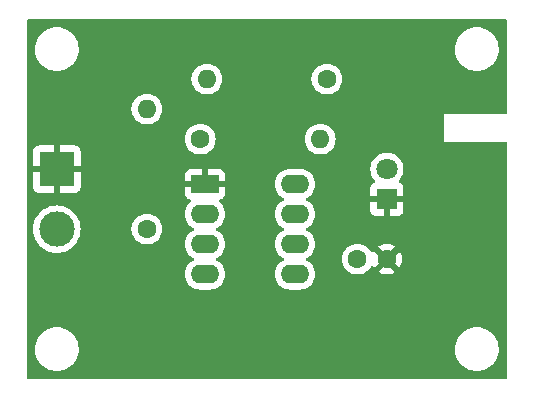
<source format=gbr>
%TF.GenerationSoftware,KiCad,Pcbnew,7.0.5*%
%TF.CreationDate,2023-08-21T09:13:57+09:00*%
%TF.ProjectId,How to make PCB,486f7720-746f-4206-9d61-6b6520504342,rev?*%
%TF.SameCoordinates,Original*%
%TF.FileFunction,Copper,L2,Bot*%
%TF.FilePolarity,Positive*%
%FSLAX46Y46*%
G04 Gerber Fmt 4.6, Leading zero omitted, Abs format (unit mm)*
G04 Created by KiCad (PCBNEW 7.0.5) date 2023-08-21 09:13:57*
%MOMM*%
%LPD*%
G01*
G04 APERTURE LIST*
%TA.AperFunction,ComponentPad*%
%ADD10C,1.600000*%
%TD*%
%TA.AperFunction,ComponentPad*%
%ADD11O,1.600000X1.600000*%
%TD*%
%TA.AperFunction,ComponentPad*%
%ADD12R,3.000000X3.000000*%
%TD*%
%TA.AperFunction,ComponentPad*%
%ADD13C,3.000000*%
%TD*%
%TA.AperFunction,ComponentPad*%
%ADD14R,1.800000X1.800000*%
%TD*%
%TA.AperFunction,ComponentPad*%
%ADD15C,1.800000*%
%TD*%
%TA.AperFunction,ComponentPad*%
%ADD16R,2.400000X1.600000*%
%TD*%
%TA.AperFunction,ComponentPad*%
%ADD17O,2.400000X1.600000*%
%TD*%
G04 APERTURE END LIST*
D10*
%TO.P,R2,1*%
%TO.N,+9V*%
X109220000Y-71120000D03*
D11*
%TO.P,R2,2*%
%TO.N,1*%
X99060000Y-71120000D03*
%TD*%
D10*
%TO.P,C1,1*%
%TO.N,Net-(U1-THR)*%
X111800000Y-86360000D03*
%TO.P,C1,2*%
%TO.N,GND*%
X114300000Y-86360000D03*
%TD*%
D12*
%TO.P,J1,1,Pin_1*%
%TO.N,GND*%
X86360000Y-78740000D03*
D13*
%TO.P,J1,2,Pin_2*%
%TO.N,+9V*%
X86360000Y-83820000D03*
%TD*%
D14*
%TO.P,D1,1,K*%
%TO.N,GND*%
X114300000Y-81280000D03*
D15*
%TO.P,D1,2,A*%
%TO.N,Net-(D1-A)*%
X114300000Y-78740000D03*
%TD*%
D10*
%TO.P,R1,1*%
%TO.N,Net-(U1-THR)*%
X93980000Y-83820000D03*
D11*
%TO.P,R1,2*%
%TO.N,1*%
X93980000Y-73660000D03*
%TD*%
D10*
%TO.P,R3,1*%
%TO.N,Net-(U1-Q)*%
X98500000Y-76200000D03*
D11*
%TO.P,R3,2*%
%TO.N,Net-(D1-A)*%
X108660000Y-76200000D03*
%TD*%
D16*
%TO.P,U1,1,GND*%
%TO.N,GND*%
X98900000Y-80020000D03*
D17*
%TO.P,U1,2,TR*%
%TO.N,Net-(U1-THR)*%
X98900000Y-82560000D03*
%TO.P,U1,3,Q*%
%TO.N,Net-(U1-Q)*%
X98900000Y-85100000D03*
%TO.P,U1,4,R*%
%TO.N,+9V*%
X98900000Y-87640000D03*
%TO.P,U1,5,CV*%
%TO.N,unconnected-(U1-CV-Pad5)*%
X106520000Y-87640000D03*
%TO.P,U1,6,THR*%
%TO.N,Net-(U1-THR)*%
X106520000Y-85100000D03*
%TO.P,U1,7,DIS*%
%TO.N,1*%
X106520000Y-82560000D03*
%TO.P,U1,8,VCC*%
%TO.N,+9V*%
X106520000Y-80020000D03*
%TD*%
%TA.AperFunction,Conductor*%
%TO.N,GND*%
G36*
X124403039Y-66059685D02*
G01*
X124448794Y-66112489D01*
X124460000Y-66164000D01*
X124460000Y-73986214D01*
X124440315Y-74053253D01*
X124387511Y-74099008D01*
X124336000Y-74110214D01*
X119165214Y-74110214D01*
X119165214Y-76414786D01*
X124336000Y-76414786D01*
X124403039Y-76434471D01*
X124448794Y-76487275D01*
X124460000Y-76538786D01*
X124460000Y-96396000D01*
X124440315Y-96463039D01*
X124387511Y-96508794D01*
X124336000Y-96520000D01*
X83944000Y-96520000D01*
X83876961Y-96500315D01*
X83831206Y-96447511D01*
X83820000Y-96396000D01*
X83820000Y-94047763D01*
X84505787Y-94047763D01*
X84535413Y-94317013D01*
X84535415Y-94317024D01*
X84603926Y-94579082D01*
X84603928Y-94579088D01*
X84709870Y-94828390D01*
X84781998Y-94946575D01*
X84850979Y-95059605D01*
X84850986Y-95059615D01*
X85024253Y-95267819D01*
X85024259Y-95267824D01*
X85225998Y-95448582D01*
X85451910Y-95598044D01*
X85697176Y-95713020D01*
X85697183Y-95713022D01*
X85697185Y-95713023D01*
X85956557Y-95791057D01*
X85956564Y-95791058D01*
X85956569Y-95791060D01*
X86224561Y-95830500D01*
X86224566Y-95830500D01*
X86427629Y-95830500D01*
X86427631Y-95830500D01*
X86427636Y-95830499D01*
X86427648Y-95830499D01*
X86465191Y-95827750D01*
X86630156Y-95815677D01*
X86742758Y-95790593D01*
X86894546Y-95756782D01*
X86894548Y-95756781D01*
X86894553Y-95756780D01*
X87147558Y-95660014D01*
X87383777Y-95527441D01*
X87598177Y-95361888D01*
X87786186Y-95166881D01*
X87943799Y-94946579D01*
X88017787Y-94802669D01*
X88067649Y-94705690D01*
X88067651Y-94705684D01*
X88067656Y-94705675D01*
X88155118Y-94449305D01*
X88204319Y-94182933D01*
X88209259Y-94047763D01*
X120065787Y-94047763D01*
X120095413Y-94317013D01*
X120095415Y-94317024D01*
X120163926Y-94579082D01*
X120163928Y-94579088D01*
X120269870Y-94828390D01*
X120341998Y-94946575D01*
X120410979Y-95059605D01*
X120410986Y-95059615D01*
X120584253Y-95267819D01*
X120584259Y-95267824D01*
X120785998Y-95448582D01*
X121011910Y-95598044D01*
X121257176Y-95713020D01*
X121257183Y-95713022D01*
X121257185Y-95713023D01*
X121516557Y-95791057D01*
X121516564Y-95791058D01*
X121516569Y-95791060D01*
X121784561Y-95830500D01*
X121784566Y-95830500D01*
X121987629Y-95830500D01*
X121987631Y-95830500D01*
X121987636Y-95830499D01*
X121987648Y-95830499D01*
X122025191Y-95827750D01*
X122190156Y-95815677D01*
X122302758Y-95790593D01*
X122454546Y-95756782D01*
X122454548Y-95756781D01*
X122454553Y-95756780D01*
X122707558Y-95660014D01*
X122943777Y-95527441D01*
X123158177Y-95361888D01*
X123346186Y-95166881D01*
X123503799Y-94946579D01*
X123577787Y-94802669D01*
X123627649Y-94705690D01*
X123627651Y-94705684D01*
X123627656Y-94705675D01*
X123715118Y-94449305D01*
X123764319Y-94182933D01*
X123774212Y-93912235D01*
X123744586Y-93642982D01*
X123676072Y-93380912D01*
X123570130Y-93131610D01*
X123429018Y-92900390D01*
X123339747Y-92793119D01*
X123255746Y-92692180D01*
X123255740Y-92692175D01*
X123054002Y-92511418D01*
X122828092Y-92361957D01*
X122828090Y-92361956D01*
X122582824Y-92246980D01*
X122582819Y-92246978D01*
X122582814Y-92246976D01*
X122323442Y-92168942D01*
X122323428Y-92168939D01*
X122207791Y-92151921D01*
X122055439Y-92129500D01*
X121852369Y-92129500D01*
X121852351Y-92129500D01*
X121649844Y-92144323D01*
X121649831Y-92144325D01*
X121385453Y-92203217D01*
X121385446Y-92203220D01*
X121132439Y-92299987D01*
X120896226Y-92432557D01*
X120681822Y-92598112D01*
X120493822Y-92793109D01*
X120493816Y-92793116D01*
X120336202Y-93013419D01*
X120336199Y-93013424D01*
X120212350Y-93254309D01*
X120212343Y-93254327D01*
X120124884Y-93510685D01*
X120124881Y-93510699D01*
X120075681Y-93777068D01*
X120075680Y-93777075D01*
X120065787Y-94047763D01*
X88209259Y-94047763D01*
X88214212Y-93912235D01*
X88184586Y-93642982D01*
X88116072Y-93380912D01*
X88010130Y-93131610D01*
X87869018Y-92900390D01*
X87779747Y-92793119D01*
X87695746Y-92692180D01*
X87695740Y-92692175D01*
X87494002Y-92511418D01*
X87268092Y-92361957D01*
X87268090Y-92361956D01*
X87022824Y-92246980D01*
X87022819Y-92246978D01*
X87022814Y-92246976D01*
X86763442Y-92168942D01*
X86763428Y-92168939D01*
X86647791Y-92151921D01*
X86495439Y-92129500D01*
X86292369Y-92129500D01*
X86292351Y-92129500D01*
X86089844Y-92144323D01*
X86089831Y-92144325D01*
X85825453Y-92203217D01*
X85825446Y-92203220D01*
X85572439Y-92299987D01*
X85336226Y-92432557D01*
X85121822Y-92598112D01*
X84933822Y-92793109D01*
X84933816Y-92793116D01*
X84776202Y-93013419D01*
X84776199Y-93013424D01*
X84652350Y-93254309D01*
X84652343Y-93254327D01*
X84564884Y-93510685D01*
X84564881Y-93510699D01*
X84515681Y-93777068D01*
X84515680Y-93777075D01*
X84505787Y-94047763D01*
X83820000Y-94047763D01*
X83820000Y-87640001D01*
X97194532Y-87640001D01*
X97214364Y-87866686D01*
X97214366Y-87866697D01*
X97273258Y-88086488D01*
X97273261Y-88086497D01*
X97369431Y-88292732D01*
X97369432Y-88292734D01*
X97499954Y-88479141D01*
X97660858Y-88640045D01*
X97660861Y-88640047D01*
X97847266Y-88770568D01*
X98053504Y-88866739D01*
X98273308Y-88925635D01*
X98443214Y-88940499D01*
X98443215Y-88940500D01*
X98443216Y-88940500D01*
X99356785Y-88940500D01*
X99356785Y-88940499D01*
X99526692Y-88925635D01*
X99746496Y-88866739D01*
X99952734Y-88770568D01*
X100139139Y-88640047D01*
X100300047Y-88479139D01*
X100430568Y-88292734D01*
X100526739Y-88086496D01*
X100585635Y-87866692D01*
X100605468Y-87640001D01*
X104814532Y-87640001D01*
X104834364Y-87866686D01*
X104834366Y-87866697D01*
X104893258Y-88086488D01*
X104893261Y-88086497D01*
X104989431Y-88292732D01*
X104989432Y-88292734D01*
X105119954Y-88479141D01*
X105280858Y-88640045D01*
X105280861Y-88640047D01*
X105467266Y-88770568D01*
X105673504Y-88866739D01*
X105893308Y-88925635D01*
X106063214Y-88940499D01*
X106063215Y-88940500D01*
X106063216Y-88940500D01*
X106976785Y-88940500D01*
X106976785Y-88940499D01*
X107146692Y-88925635D01*
X107366496Y-88866739D01*
X107572734Y-88770568D01*
X107759139Y-88640047D01*
X107920047Y-88479139D01*
X108050568Y-88292734D01*
X108146739Y-88086496D01*
X108205635Y-87866692D01*
X108225468Y-87640000D01*
X108205635Y-87413308D01*
X108160916Y-87246415D01*
X108146741Y-87193511D01*
X108146738Y-87193502D01*
X108050568Y-86987266D01*
X107920047Y-86800861D01*
X107920045Y-86800858D01*
X107759141Y-86639954D01*
X107572734Y-86509432D01*
X107572728Y-86509429D01*
X107514725Y-86482382D01*
X107462285Y-86436210D01*
X107443133Y-86369017D01*
X107445858Y-86360001D01*
X110494532Y-86360001D01*
X110514364Y-86586686D01*
X110514366Y-86586697D01*
X110573258Y-86806488D01*
X110573261Y-86806497D01*
X110669431Y-87012732D01*
X110669432Y-87012734D01*
X110799954Y-87199141D01*
X110960858Y-87360045D01*
X110960861Y-87360047D01*
X111147266Y-87490568D01*
X111353504Y-87586739D01*
X111573308Y-87645635D01*
X111735230Y-87659801D01*
X111799998Y-87665468D01*
X111800000Y-87665468D01*
X111800002Y-87665468D01*
X111856673Y-87660509D01*
X112026692Y-87645635D01*
X112246496Y-87586739D01*
X112452734Y-87490568D01*
X112639139Y-87360047D01*
X112800047Y-87199139D01*
X112930568Y-87012734D01*
X112937893Y-86997023D01*
X112984062Y-86944586D01*
X113051254Y-86925432D01*
X113118136Y-86945645D01*
X113162657Y-86997023D01*
X113169865Y-87012481D01*
X113169866Y-87012483D01*
X113220973Y-87085471D01*
X113220974Y-87085472D01*
X113902046Y-86404399D01*
X113914835Y-86485148D01*
X113972359Y-86598045D01*
X114061955Y-86687641D01*
X114174852Y-86745165D01*
X114255599Y-86757953D01*
X113574526Y-87439025D01*
X113574526Y-87439026D01*
X113647512Y-87490131D01*
X113647516Y-87490133D01*
X113853673Y-87586265D01*
X113853682Y-87586269D01*
X114073389Y-87645139D01*
X114073400Y-87645141D01*
X114299998Y-87664966D01*
X114300002Y-87664966D01*
X114526599Y-87645141D01*
X114526610Y-87645139D01*
X114746317Y-87586269D01*
X114746331Y-87586264D01*
X114952478Y-87490136D01*
X115025472Y-87439025D01*
X114344401Y-86757953D01*
X114425148Y-86745165D01*
X114538045Y-86687641D01*
X114627641Y-86598045D01*
X114685165Y-86485148D01*
X114697953Y-86404400D01*
X115379025Y-87085472D01*
X115430136Y-87012478D01*
X115526264Y-86806331D01*
X115526269Y-86806317D01*
X115585139Y-86586610D01*
X115585141Y-86586599D01*
X115604966Y-86360002D01*
X115604966Y-86359997D01*
X115585141Y-86133400D01*
X115585139Y-86133389D01*
X115526269Y-85913682D01*
X115526265Y-85913673D01*
X115430133Y-85707516D01*
X115430131Y-85707512D01*
X115379026Y-85634526D01*
X115379025Y-85634526D01*
X114697953Y-86315598D01*
X114685165Y-86234852D01*
X114627641Y-86121955D01*
X114538045Y-86032359D01*
X114425148Y-85974835D01*
X114344400Y-85962046D01*
X115025472Y-85280974D01*
X115025471Y-85280973D01*
X114952483Y-85229866D01*
X114952481Y-85229865D01*
X114746326Y-85133734D01*
X114746317Y-85133730D01*
X114526610Y-85074860D01*
X114526599Y-85074858D01*
X114300002Y-85055034D01*
X114299998Y-85055034D01*
X114073400Y-85074858D01*
X114073389Y-85074860D01*
X113853682Y-85133730D01*
X113853673Y-85133734D01*
X113647513Y-85229868D01*
X113574527Y-85280972D01*
X113574526Y-85280973D01*
X114255600Y-85962046D01*
X114174852Y-85974835D01*
X114061955Y-86032359D01*
X113972359Y-86121955D01*
X113914835Y-86234852D01*
X113902046Y-86315599D01*
X113220973Y-85634526D01*
X113220972Y-85634527D01*
X113169868Y-85707512D01*
X113162656Y-85722979D01*
X113116482Y-85775417D01*
X113049288Y-85794567D01*
X112982407Y-85774350D01*
X112937893Y-85722976D01*
X112930568Y-85707266D01*
X112800047Y-85520861D01*
X112800045Y-85520858D01*
X112639141Y-85359954D01*
X112452734Y-85229432D01*
X112452732Y-85229431D01*
X112246497Y-85133261D01*
X112246488Y-85133258D01*
X112026697Y-85074366D01*
X112026693Y-85074365D01*
X112026692Y-85074365D01*
X112026691Y-85074364D01*
X112026686Y-85074364D01*
X111800002Y-85054532D01*
X111799998Y-85054532D01*
X111573313Y-85074364D01*
X111573302Y-85074366D01*
X111353511Y-85133258D01*
X111353502Y-85133261D01*
X111147267Y-85229431D01*
X111147265Y-85229432D01*
X110960858Y-85359954D01*
X110799954Y-85520858D01*
X110669432Y-85707265D01*
X110669431Y-85707267D01*
X110573261Y-85913502D01*
X110573258Y-85913511D01*
X110514366Y-86133302D01*
X110514364Y-86133313D01*
X110494532Y-86359998D01*
X110494532Y-86360001D01*
X107445858Y-86360001D01*
X107463348Y-86302135D01*
X107514725Y-86257618D01*
X107572734Y-86230568D01*
X107759139Y-86100047D01*
X107920047Y-85939139D01*
X108050568Y-85752734D01*
X108146739Y-85546496D01*
X108205635Y-85326692D01*
X108225468Y-85100000D01*
X108205635Y-84873308D01*
X108160916Y-84706415D01*
X108146741Y-84653511D01*
X108146738Y-84653502D01*
X108050568Y-84447267D01*
X108050567Y-84447265D01*
X107920045Y-84260858D01*
X107759141Y-84099954D01*
X107572734Y-83969432D01*
X107572728Y-83969429D01*
X107514725Y-83942382D01*
X107462285Y-83896210D01*
X107443133Y-83829017D01*
X107463348Y-83762135D01*
X107514725Y-83717618D01*
X107572734Y-83690568D01*
X107759139Y-83560047D01*
X107920047Y-83399139D01*
X108050568Y-83212734D01*
X108146739Y-83006496D01*
X108205635Y-82786692D01*
X108225468Y-82560000D01*
X108205635Y-82333308D01*
X108146739Y-82113504D01*
X108050568Y-81907266D01*
X107920047Y-81720861D01*
X107920045Y-81720858D01*
X107759141Y-81559954D01*
X107572734Y-81429432D01*
X107572728Y-81429429D01*
X107514725Y-81402382D01*
X107462285Y-81356210D01*
X107443133Y-81289017D01*
X107463348Y-81222135D01*
X107514725Y-81177618D01*
X107515643Y-81177190D01*
X107572734Y-81150568D01*
X107759139Y-81020047D01*
X107920047Y-80859139D01*
X108050568Y-80672734D01*
X108146739Y-80466496D01*
X108205635Y-80246692D01*
X108225468Y-80020000D01*
X108205635Y-79793308D01*
X108146739Y-79573504D01*
X108050568Y-79367266D01*
X107920047Y-79180861D01*
X107920045Y-79180858D01*
X107759141Y-79019954D01*
X107572734Y-78889432D01*
X107572732Y-78889431D01*
X107366497Y-78793261D01*
X107366488Y-78793258D01*
X107167746Y-78740006D01*
X112894700Y-78740006D01*
X112913864Y-78971297D01*
X112913866Y-78971308D01*
X112970842Y-79196300D01*
X113064075Y-79408848D01*
X113191018Y-79603150D01*
X113286167Y-79706510D01*
X113317089Y-79769164D01*
X113309228Y-79838590D01*
X113265081Y-79892746D01*
X113238271Y-79906674D01*
X113157911Y-79936646D01*
X113157906Y-79936649D01*
X113042812Y-80022809D01*
X113042809Y-80022812D01*
X112956649Y-80137906D01*
X112956645Y-80137913D01*
X112906403Y-80272620D01*
X112906401Y-80272627D01*
X112900000Y-80332155D01*
X112900000Y-81030000D01*
X113924722Y-81030000D01*
X113876375Y-81113740D01*
X113846190Y-81245992D01*
X113856327Y-81381265D01*
X113905887Y-81507541D01*
X113923797Y-81530000D01*
X112900000Y-81530000D01*
X112900000Y-82227844D01*
X112906401Y-82287372D01*
X112906403Y-82287379D01*
X112956645Y-82422086D01*
X112956649Y-82422093D01*
X113042809Y-82537187D01*
X113042812Y-82537190D01*
X113157906Y-82623350D01*
X113157913Y-82623354D01*
X113292620Y-82673596D01*
X113292627Y-82673598D01*
X113352155Y-82679999D01*
X113352172Y-82680000D01*
X114049999Y-82680000D01*
X114049999Y-81654189D01*
X114102547Y-81690016D01*
X114232173Y-81730000D01*
X114333724Y-81730000D01*
X114434138Y-81714865D01*
X114550000Y-81659068D01*
X114550000Y-82680000D01*
X115247828Y-82680000D01*
X115247844Y-82679999D01*
X115307372Y-82673598D01*
X115307379Y-82673596D01*
X115442086Y-82623354D01*
X115442093Y-82623350D01*
X115557187Y-82537190D01*
X115557190Y-82537187D01*
X115643350Y-82422093D01*
X115643354Y-82422086D01*
X115693596Y-82287379D01*
X115693598Y-82287372D01*
X115699999Y-82227844D01*
X115700000Y-82227827D01*
X115700000Y-81530000D01*
X114675278Y-81530000D01*
X114723625Y-81446260D01*
X114753810Y-81314008D01*
X114743673Y-81178735D01*
X114694113Y-81052459D01*
X114676203Y-81030000D01*
X115700000Y-81030000D01*
X115700000Y-80332172D01*
X115699999Y-80332155D01*
X115693598Y-80272627D01*
X115693596Y-80272620D01*
X115643354Y-80137913D01*
X115643350Y-80137906D01*
X115557190Y-80022812D01*
X115557187Y-80022809D01*
X115442093Y-79936649D01*
X115442086Y-79936645D01*
X115361729Y-79906674D01*
X115305795Y-79864803D01*
X115281378Y-79799338D01*
X115296230Y-79731065D01*
X115313826Y-79706516D01*
X115408979Y-79603153D01*
X115535924Y-79408849D01*
X115629157Y-79196300D01*
X115686134Y-78971305D01*
X115692918Y-78889431D01*
X115705300Y-78740006D01*
X115705300Y-78739993D01*
X115686135Y-78508702D01*
X115686133Y-78508691D01*
X115629157Y-78283699D01*
X115535924Y-78071151D01*
X115408983Y-77876852D01*
X115408980Y-77876849D01*
X115408979Y-77876847D01*
X115251784Y-77706087D01*
X115251779Y-77706083D01*
X115251777Y-77706081D01*
X115068634Y-77563535D01*
X115068628Y-77563531D01*
X114864504Y-77453064D01*
X114864495Y-77453061D01*
X114644984Y-77377702D01*
X114473282Y-77349050D01*
X114416049Y-77339500D01*
X114183951Y-77339500D01*
X114138164Y-77347140D01*
X113955015Y-77377702D01*
X113735504Y-77453061D01*
X113735495Y-77453064D01*
X113531371Y-77563531D01*
X113531365Y-77563535D01*
X113348222Y-77706081D01*
X113348219Y-77706084D01*
X113191016Y-77876852D01*
X113064075Y-78071151D01*
X112970842Y-78283699D01*
X112913866Y-78508691D01*
X112913864Y-78508702D01*
X112894700Y-78739993D01*
X112894700Y-78740006D01*
X107167746Y-78740006D01*
X107146697Y-78734366D01*
X107146687Y-78734364D01*
X106976785Y-78719500D01*
X106976784Y-78719500D01*
X106063216Y-78719500D01*
X106063215Y-78719500D01*
X105893312Y-78734364D01*
X105893302Y-78734366D01*
X105673511Y-78793258D01*
X105673502Y-78793261D01*
X105467267Y-78889431D01*
X105467265Y-78889432D01*
X105280858Y-79019954D01*
X105119954Y-79180858D01*
X104989432Y-79367265D01*
X104989431Y-79367267D01*
X104893261Y-79573502D01*
X104893258Y-79573511D01*
X104834366Y-79793302D01*
X104834364Y-79793313D01*
X104814532Y-80019998D01*
X104814532Y-80020001D01*
X104834364Y-80246686D01*
X104834366Y-80246697D01*
X104893258Y-80466488D01*
X104893261Y-80466497D01*
X104989431Y-80672732D01*
X104989432Y-80672734D01*
X105119954Y-80859141D01*
X105280858Y-81020045D01*
X105280861Y-81020047D01*
X105467266Y-81150568D01*
X105524357Y-81177190D01*
X105525275Y-81177618D01*
X105577714Y-81223791D01*
X105596866Y-81290984D01*
X105576650Y-81357865D01*
X105525275Y-81402382D01*
X105467267Y-81429431D01*
X105467265Y-81429432D01*
X105280858Y-81559954D01*
X105119954Y-81720858D01*
X104989432Y-81907265D01*
X104989431Y-81907267D01*
X104893261Y-82113502D01*
X104893258Y-82113511D01*
X104834366Y-82333302D01*
X104834364Y-82333313D01*
X104814532Y-82559998D01*
X104814532Y-82560001D01*
X104834364Y-82786686D01*
X104834366Y-82786697D01*
X104893258Y-83006488D01*
X104893261Y-83006497D01*
X104989431Y-83212732D01*
X104989432Y-83212734D01*
X105119954Y-83399141D01*
X105280858Y-83560045D01*
X105280861Y-83560047D01*
X105467266Y-83690568D01*
X105525275Y-83717618D01*
X105577714Y-83763791D01*
X105596866Y-83830984D01*
X105576650Y-83897865D01*
X105525275Y-83942382D01*
X105467267Y-83969431D01*
X105467265Y-83969432D01*
X105280858Y-84099954D01*
X105119954Y-84260858D01*
X104989432Y-84447265D01*
X104989431Y-84447267D01*
X104893261Y-84653502D01*
X104893258Y-84653511D01*
X104834366Y-84873302D01*
X104834364Y-84873313D01*
X104814532Y-85099998D01*
X104814532Y-85100001D01*
X104834364Y-85326686D01*
X104834366Y-85326697D01*
X104893258Y-85546488D01*
X104893261Y-85546497D01*
X104989431Y-85752732D01*
X104989432Y-85752734D01*
X105119954Y-85939141D01*
X105280858Y-86100045D01*
X105280861Y-86100047D01*
X105467266Y-86230568D01*
X105525275Y-86257618D01*
X105577714Y-86303791D01*
X105596866Y-86370984D01*
X105576650Y-86437865D01*
X105525275Y-86482382D01*
X105467267Y-86509431D01*
X105467265Y-86509432D01*
X105280858Y-86639954D01*
X105119954Y-86800858D01*
X104989432Y-86987265D01*
X104989431Y-86987267D01*
X104893261Y-87193502D01*
X104893258Y-87193511D01*
X104834366Y-87413302D01*
X104834364Y-87413313D01*
X104814532Y-87639998D01*
X104814532Y-87640001D01*
X100605468Y-87640001D01*
X100605468Y-87640000D01*
X100585635Y-87413308D01*
X100540916Y-87246415D01*
X100526741Y-87193511D01*
X100526738Y-87193502D01*
X100430568Y-86987266D01*
X100300047Y-86800861D01*
X100300045Y-86800858D01*
X100139141Y-86639954D01*
X99952734Y-86509432D01*
X99952728Y-86509429D01*
X99894725Y-86482382D01*
X99842285Y-86436210D01*
X99823133Y-86369017D01*
X99843348Y-86302135D01*
X99894725Y-86257618D01*
X99952734Y-86230568D01*
X100139139Y-86100047D01*
X100300047Y-85939139D01*
X100430568Y-85752734D01*
X100526739Y-85546496D01*
X100585635Y-85326692D01*
X100605468Y-85100000D01*
X100585635Y-84873308D01*
X100540916Y-84706415D01*
X100526741Y-84653511D01*
X100526738Y-84653502D01*
X100430568Y-84447267D01*
X100430567Y-84447265D01*
X100300045Y-84260858D01*
X100139141Y-84099954D01*
X99952734Y-83969432D01*
X99952728Y-83969429D01*
X99894725Y-83942382D01*
X99842285Y-83896210D01*
X99823133Y-83829017D01*
X99843348Y-83762135D01*
X99894725Y-83717618D01*
X99952734Y-83690568D01*
X100139139Y-83560047D01*
X100300047Y-83399139D01*
X100430568Y-83212734D01*
X100526739Y-83006496D01*
X100585635Y-82786692D01*
X100605468Y-82560000D01*
X100585635Y-82333308D01*
X100526739Y-82113504D01*
X100430568Y-81907266D01*
X100300047Y-81720861D01*
X100300045Y-81720858D01*
X100139143Y-81559956D01*
X100113912Y-81542289D01*
X100070287Y-81487712D01*
X100063095Y-81418213D01*
X100094617Y-81355859D01*
X100154847Y-81320445D01*
X100171781Y-81317424D01*
X100207380Y-81313596D01*
X100342086Y-81263354D01*
X100342093Y-81263350D01*
X100457187Y-81177190D01*
X100457190Y-81177187D01*
X100543350Y-81062093D01*
X100543354Y-81062086D01*
X100593596Y-80927379D01*
X100593598Y-80927372D01*
X100599999Y-80867844D01*
X100600000Y-80867827D01*
X100600000Y-80270000D01*
X99215686Y-80270000D01*
X99227641Y-80258045D01*
X99285165Y-80145148D01*
X99304986Y-80020000D01*
X99285165Y-79894852D01*
X99227641Y-79781955D01*
X99215686Y-79770000D01*
X100599999Y-79770000D01*
X100600000Y-79172172D01*
X100599999Y-79172155D01*
X100593598Y-79112627D01*
X100593596Y-79112620D01*
X100543354Y-78977913D01*
X100543350Y-78977906D01*
X100457190Y-78862812D01*
X100457187Y-78862809D01*
X100342093Y-78776649D01*
X100342086Y-78776645D01*
X100207379Y-78726403D01*
X100207372Y-78726401D01*
X100147844Y-78720000D01*
X99150000Y-78720000D01*
X99149999Y-79704313D01*
X99138045Y-79692359D01*
X99025148Y-79634835D01*
X98931481Y-79620000D01*
X98868519Y-79620000D01*
X98774852Y-79634835D01*
X98661955Y-79692359D01*
X98650000Y-79704313D01*
X98650000Y-78720000D01*
X97652155Y-78720000D01*
X97592627Y-78726401D01*
X97592620Y-78726403D01*
X97457913Y-78776645D01*
X97457906Y-78776649D01*
X97342812Y-78862809D01*
X97342809Y-78862812D01*
X97256649Y-78977906D01*
X97256645Y-78977913D01*
X97206403Y-79112620D01*
X97206401Y-79112627D01*
X97200000Y-79172155D01*
X97200000Y-79770000D01*
X98584314Y-79770000D01*
X98572359Y-79781955D01*
X98514835Y-79894852D01*
X98495014Y-80020000D01*
X98514835Y-80145148D01*
X98572359Y-80258045D01*
X98584314Y-80270000D01*
X97200000Y-80270000D01*
X97200000Y-80867844D01*
X97206401Y-80927372D01*
X97206403Y-80927379D01*
X97256645Y-81062086D01*
X97256649Y-81062093D01*
X97342809Y-81177187D01*
X97342812Y-81177190D01*
X97457906Y-81263350D01*
X97457913Y-81263354D01*
X97592620Y-81313596D01*
X97592627Y-81313598D01*
X97628218Y-81317425D01*
X97692769Y-81344163D01*
X97732618Y-81401555D01*
X97735111Y-81471380D01*
X97699459Y-81531469D01*
X97686088Y-81542287D01*
X97660861Y-81559951D01*
X97499954Y-81720858D01*
X97369432Y-81907265D01*
X97369431Y-81907267D01*
X97273261Y-82113502D01*
X97273258Y-82113511D01*
X97214366Y-82333302D01*
X97214364Y-82333313D01*
X97194532Y-82559998D01*
X97194532Y-82560001D01*
X97214364Y-82786686D01*
X97214366Y-82786697D01*
X97273258Y-83006488D01*
X97273261Y-83006497D01*
X97369431Y-83212732D01*
X97369432Y-83212734D01*
X97499954Y-83399141D01*
X97660858Y-83560045D01*
X97660861Y-83560047D01*
X97847266Y-83690568D01*
X97905275Y-83717618D01*
X97957714Y-83763791D01*
X97976866Y-83830984D01*
X97956650Y-83897865D01*
X97905275Y-83942382D01*
X97847267Y-83969431D01*
X97847265Y-83969432D01*
X97660858Y-84099954D01*
X97499954Y-84260858D01*
X97369432Y-84447265D01*
X97369431Y-84447267D01*
X97273261Y-84653502D01*
X97273258Y-84653511D01*
X97214366Y-84873302D01*
X97214364Y-84873313D01*
X97194532Y-85099998D01*
X97194532Y-85100001D01*
X97214364Y-85326686D01*
X97214366Y-85326697D01*
X97273258Y-85546488D01*
X97273261Y-85546497D01*
X97369431Y-85752732D01*
X97369432Y-85752734D01*
X97499954Y-85939141D01*
X97660858Y-86100045D01*
X97660861Y-86100047D01*
X97847266Y-86230568D01*
X97905275Y-86257618D01*
X97957714Y-86303791D01*
X97976866Y-86370984D01*
X97956650Y-86437865D01*
X97905275Y-86482382D01*
X97847267Y-86509431D01*
X97847265Y-86509432D01*
X97660858Y-86639954D01*
X97499954Y-86800858D01*
X97369432Y-86987265D01*
X97369431Y-86987267D01*
X97273261Y-87193502D01*
X97273258Y-87193511D01*
X97214366Y-87413302D01*
X97214364Y-87413313D01*
X97194532Y-87639998D01*
X97194532Y-87640001D01*
X83820000Y-87640001D01*
X83820000Y-83820001D01*
X84354390Y-83820001D01*
X84374804Y-84105433D01*
X84435628Y-84385037D01*
X84435630Y-84385043D01*
X84435631Y-84385046D01*
X84468337Y-84472734D01*
X84535635Y-84653166D01*
X84672770Y-84904309D01*
X84672775Y-84904317D01*
X84844254Y-85133387D01*
X84844270Y-85133405D01*
X85046594Y-85335729D01*
X85046612Y-85335745D01*
X85275682Y-85507224D01*
X85275690Y-85507229D01*
X85526833Y-85644364D01*
X85526832Y-85644364D01*
X85526836Y-85644365D01*
X85526839Y-85644367D01*
X85794954Y-85744369D01*
X85794960Y-85744370D01*
X85794962Y-85744371D01*
X86074566Y-85805195D01*
X86074568Y-85805195D01*
X86074572Y-85805196D01*
X86328220Y-85823337D01*
X86359999Y-85825610D01*
X86360000Y-85825610D01*
X86360001Y-85825610D01*
X86388595Y-85823564D01*
X86645428Y-85805196D01*
X86782321Y-85775417D01*
X86925037Y-85744371D01*
X86925037Y-85744370D01*
X86925046Y-85744369D01*
X87193161Y-85644367D01*
X87444315Y-85507226D01*
X87673395Y-85335739D01*
X87875739Y-85133395D01*
X88047226Y-84904315D01*
X88184367Y-84653161D01*
X88284369Y-84385046D01*
X88345196Y-84105428D01*
X88365610Y-83820001D01*
X92674532Y-83820001D01*
X92694364Y-84046686D01*
X92694366Y-84046697D01*
X92753258Y-84266488D01*
X92753261Y-84266497D01*
X92849431Y-84472732D01*
X92849432Y-84472734D01*
X92979954Y-84659141D01*
X93140858Y-84820045D01*
X93140861Y-84820047D01*
X93327266Y-84950568D01*
X93533504Y-85046739D01*
X93533509Y-85046740D01*
X93533511Y-85046741D01*
X93586415Y-85060916D01*
X93753308Y-85105635D01*
X93915230Y-85119801D01*
X93979998Y-85125468D01*
X93980000Y-85125468D01*
X93980002Y-85125468D01*
X94036673Y-85120509D01*
X94206692Y-85105635D01*
X94426496Y-85046739D01*
X94632734Y-84950568D01*
X94819139Y-84820047D01*
X94980047Y-84659139D01*
X95110568Y-84472734D01*
X95206739Y-84266496D01*
X95265635Y-84046692D01*
X95285468Y-83820000D01*
X95265635Y-83593308D01*
X95206739Y-83373504D01*
X95110568Y-83167266D01*
X94980047Y-82980861D01*
X94980045Y-82980858D01*
X94819141Y-82819954D01*
X94632734Y-82689432D01*
X94632732Y-82689431D01*
X94426497Y-82593261D01*
X94426488Y-82593258D01*
X94206697Y-82534366D01*
X94206693Y-82534365D01*
X94206692Y-82534365D01*
X94206691Y-82534364D01*
X94206686Y-82534364D01*
X93980002Y-82514532D01*
X93979998Y-82514532D01*
X93753313Y-82534364D01*
X93753302Y-82534366D01*
X93533511Y-82593258D01*
X93533502Y-82593261D01*
X93327267Y-82689431D01*
X93327265Y-82689432D01*
X93140858Y-82819954D01*
X92979954Y-82980858D01*
X92849432Y-83167265D01*
X92849431Y-83167267D01*
X92753261Y-83373502D01*
X92753258Y-83373511D01*
X92694366Y-83593302D01*
X92694364Y-83593313D01*
X92674532Y-83819998D01*
X92674532Y-83820001D01*
X88365610Y-83820001D01*
X88365610Y-83820000D01*
X88345196Y-83534572D01*
X88315734Y-83399139D01*
X88284371Y-83254962D01*
X88284370Y-83254960D01*
X88284369Y-83254954D01*
X88184367Y-82986839D01*
X88047226Y-82735685D01*
X88047224Y-82735682D01*
X87875745Y-82506612D01*
X87875729Y-82506594D01*
X87673405Y-82304270D01*
X87673387Y-82304254D01*
X87444317Y-82132775D01*
X87444309Y-82132770D01*
X87193166Y-81995635D01*
X87193167Y-81995635D01*
X87085914Y-81955632D01*
X86925046Y-81895631D01*
X86925043Y-81895630D01*
X86925037Y-81895628D01*
X86645433Y-81834804D01*
X86360001Y-81814390D01*
X86359999Y-81814390D01*
X86074566Y-81834804D01*
X85794962Y-81895628D01*
X85526833Y-81995635D01*
X85275690Y-82132770D01*
X85275682Y-82132775D01*
X85046612Y-82304254D01*
X85046594Y-82304270D01*
X84844270Y-82506594D01*
X84844254Y-82506612D01*
X84672775Y-82735682D01*
X84672770Y-82735690D01*
X84535635Y-82986833D01*
X84435628Y-83254962D01*
X84374804Y-83534566D01*
X84354390Y-83819998D01*
X84354390Y-83820001D01*
X83820000Y-83820001D01*
X83820000Y-80287844D01*
X84360000Y-80287844D01*
X84366401Y-80347372D01*
X84366403Y-80347379D01*
X84416645Y-80482086D01*
X84416649Y-80482093D01*
X84502809Y-80597187D01*
X84502812Y-80597190D01*
X84617906Y-80683350D01*
X84617913Y-80683354D01*
X84752620Y-80733596D01*
X84752627Y-80733598D01*
X84812155Y-80739999D01*
X84812172Y-80740000D01*
X86110000Y-80740000D01*
X86110000Y-79461802D01*
X86271169Y-79500000D01*
X86404267Y-79500000D01*
X86536461Y-79484549D01*
X86610000Y-79457782D01*
X86610000Y-80740000D01*
X87907828Y-80740000D01*
X87907844Y-80739999D01*
X87967372Y-80733598D01*
X87967379Y-80733596D01*
X88102086Y-80683354D01*
X88102093Y-80683350D01*
X88217187Y-80597190D01*
X88217190Y-80597187D01*
X88303350Y-80482093D01*
X88303354Y-80482086D01*
X88353596Y-80347379D01*
X88353598Y-80347372D01*
X88359999Y-80287844D01*
X88360000Y-80287827D01*
X88360000Y-78990000D01*
X87078483Y-78990000D01*
X87113549Y-78872871D01*
X87123879Y-78695509D01*
X87093029Y-78520546D01*
X87079853Y-78490000D01*
X88360000Y-78490000D01*
X88360000Y-77192172D01*
X88359999Y-77192155D01*
X88353598Y-77132627D01*
X88353596Y-77132620D01*
X88303354Y-76997913D01*
X88303350Y-76997906D01*
X88217190Y-76882812D01*
X88217187Y-76882809D01*
X88102093Y-76796649D01*
X88102086Y-76796645D01*
X87967379Y-76746403D01*
X87967372Y-76746401D01*
X87907844Y-76740000D01*
X86610000Y-76740000D01*
X86610000Y-78018197D01*
X86448831Y-77980000D01*
X86315733Y-77980000D01*
X86183539Y-77995451D01*
X86110000Y-78022217D01*
X86110000Y-76740000D01*
X84812155Y-76740000D01*
X84752627Y-76746401D01*
X84752620Y-76746403D01*
X84617913Y-76796645D01*
X84617906Y-76796649D01*
X84502812Y-76882809D01*
X84502809Y-76882812D01*
X84416649Y-76997906D01*
X84416645Y-76997913D01*
X84366403Y-77132620D01*
X84366401Y-77132627D01*
X84360000Y-77192155D01*
X84360000Y-78490000D01*
X85641517Y-78490000D01*
X85606451Y-78607129D01*
X85596121Y-78784491D01*
X85626971Y-78959454D01*
X85640147Y-78990000D01*
X84360000Y-78990000D01*
X84360000Y-80287844D01*
X83820000Y-80287844D01*
X83820000Y-76200001D01*
X97194532Y-76200001D01*
X97214364Y-76426686D01*
X97214366Y-76426697D01*
X97273258Y-76646488D01*
X97273261Y-76646497D01*
X97369431Y-76852732D01*
X97369432Y-76852734D01*
X97499954Y-77039141D01*
X97660858Y-77200045D01*
X97660861Y-77200047D01*
X97847266Y-77330568D01*
X98053504Y-77426739D01*
X98273308Y-77485635D01*
X98435230Y-77499801D01*
X98499998Y-77505468D01*
X98500000Y-77505468D01*
X98500002Y-77505468D01*
X98556673Y-77500509D01*
X98726692Y-77485635D01*
X98946496Y-77426739D01*
X99152734Y-77330568D01*
X99339139Y-77200047D01*
X99500047Y-77039139D01*
X99630568Y-76852734D01*
X99726739Y-76646496D01*
X99785635Y-76426692D01*
X99805468Y-76200001D01*
X107354532Y-76200001D01*
X107374364Y-76426686D01*
X107374366Y-76426697D01*
X107433258Y-76646488D01*
X107433261Y-76646497D01*
X107529431Y-76852732D01*
X107529432Y-76852734D01*
X107659954Y-77039141D01*
X107820858Y-77200045D01*
X107820861Y-77200047D01*
X108007266Y-77330568D01*
X108213504Y-77426739D01*
X108433308Y-77485635D01*
X108595230Y-77499801D01*
X108659998Y-77505468D01*
X108660000Y-77505468D01*
X108660002Y-77505468D01*
X108716673Y-77500509D01*
X108886692Y-77485635D01*
X109106496Y-77426739D01*
X109312734Y-77330568D01*
X109499139Y-77200047D01*
X109660047Y-77039139D01*
X109790568Y-76852734D01*
X109886739Y-76646496D01*
X109945635Y-76426692D01*
X109965468Y-76200000D01*
X109945635Y-75973308D01*
X109886739Y-75753504D01*
X109790568Y-75547266D01*
X109660047Y-75360861D01*
X109660045Y-75360858D01*
X109499141Y-75199954D01*
X109312734Y-75069432D01*
X109312732Y-75069431D01*
X109106497Y-74973261D01*
X109106488Y-74973258D01*
X108886697Y-74914366D01*
X108886693Y-74914365D01*
X108886692Y-74914365D01*
X108886691Y-74914364D01*
X108886686Y-74914364D01*
X108660002Y-74894532D01*
X108659998Y-74894532D01*
X108433313Y-74914364D01*
X108433302Y-74914366D01*
X108213511Y-74973258D01*
X108213502Y-74973261D01*
X108007267Y-75069431D01*
X108007265Y-75069432D01*
X107820858Y-75199954D01*
X107659954Y-75360858D01*
X107529432Y-75547265D01*
X107529431Y-75547267D01*
X107433261Y-75753502D01*
X107433258Y-75753511D01*
X107374366Y-75973302D01*
X107374364Y-75973313D01*
X107354532Y-76199998D01*
X107354532Y-76200001D01*
X99805468Y-76200001D01*
X99805468Y-76200000D01*
X99785635Y-75973308D01*
X99726739Y-75753504D01*
X99630568Y-75547266D01*
X99500047Y-75360861D01*
X99500045Y-75360858D01*
X99339141Y-75199954D01*
X99152734Y-75069432D01*
X99152732Y-75069431D01*
X98946497Y-74973261D01*
X98946488Y-74973258D01*
X98726697Y-74914366D01*
X98726693Y-74914365D01*
X98726692Y-74914365D01*
X98726691Y-74914364D01*
X98726686Y-74914364D01*
X98500002Y-74894532D01*
X98499998Y-74894532D01*
X98273313Y-74914364D01*
X98273302Y-74914366D01*
X98053511Y-74973258D01*
X98053502Y-74973261D01*
X97847267Y-75069431D01*
X97847265Y-75069432D01*
X97660858Y-75199954D01*
X97499954Y-75360858D01*
X97369432Y-75547265D01*
X97369431Y-75547267D01*
X97273261Y-75753502D01*
X97273258Y-75753511D01*
X97214366Y-75973302D01*
X97214364Y-75973313D01*
X97194532Y-76199998D01*
X97194532Y-76200001D01*
X83820000Y-76200001D01*
X83820000Y-73660001D01*
X92674532Y-73660001D01*
X92694364Y-73886686D01*
X92694366Y-73886697D01*
X92753258Y-74106488D01*
X92753261Y-74106497D01*
X92849431Y-74312732D01*
X92849432Y-74312734D01*
X92979954Y-74499141D01*
X93140858Y-74660045D01*
X93140861Y-74660047D01*
X93327266Y-74790568D01*
X93533504Y-74886739D01*
X93753308Y-74945635D01*
X93915230Y-74959801D01*
X93979998Y-74965468D01*
X93980000Y-74965468D01*
X93980002Y-74965468D01*
X94036673Y-74960509D01*
X94206692Y-74945635D01*
X94426496Y-74886739D01*
X94632734Y-74790568D01*
X94819139Y-74660047D01*
X94980047Y-74499139D01*
X95110568Y-74312734D01*
X95206739Y-74106496D01*
X95265635Y-73886692D01*
X95285468Y-73660000D01*
X95265635Y-73433308D01*
X95206739Y-73213504D01*
X95110568Y-73007266D01*
X94980047Y-72820861D01*
X94980045Y-72820858D01*
X94819141Y-72659954D01*
X94632734Y-72529432D01*
X94632732Y-72529431D01*
X94426497Y-72433261D01*
X94426488Y-72433258D01*
X94206697Y-72374366D01*
X94206693Y-72374365D01*
X94206692Y-72374365D01*
X94206691Y-72374364D01*
X94206686Y-72374364D01*
X93980002Y-72354532D01*
X93979998Y-72354532D01*
X93753313Y-72374364D01*
X93753302Y-72374366D01*
X93533511Y-72433258D01*
X93533502Y-72433261D01*
X93327267Y-72529431D01*
X93327265Y-72529432D01*
X93140858Y-72659954D01*
X92979954Y-72820858D01*
X92849432Y-73007265D01*
X92849431Y-73007267D01*
X92753261Y-73213502D01*
X92753258Y-73213511D01*
X92694366Y-73433302D01*
X92694364Y-73433313D01*
X92674532Y-73659998D01*
X92674532Y-73660001D01*
X83820000Y-73660001D01*
X83820000Y-71120001D01*
X97754532Y-71120001D01*
X97774364Y-71346686D01*
X97774366Y-71346697D01*
X97833258Y-71566488D01*
X97833261Y-71566497D01*
X97929431Y-71772732D01*
X97929432Y-71772734D01*
X98059954Y-71959141D01*
X98220858Y-72120045D01*
X98220861Y-72120047D01*
X98407266Y-72250568D01*
X98613504Y-72346739D01*
X98833308Y-72405635D01*
X98995230Y-72419801D01*
X99059998Y-72425468D01*
X99060000Y-72425468D01*
X99060002Y-72425468D01*
X99116673Y-72420509D01*
X99286692Y-72405635D01*
X99506496Y-72346739D01*
X99712734Y-72250568D01*
X99899139Y-72120047D01*
X100060047Y-71959139D01*
X100190568Y-71772734D01*
X100286739Y-71566496D01*
X100345635Y-71346692D01*
X100365468Y-71120001D01*
X107914532Y-71120001D01*
X107934364Y-71346686D01*
X107934366Y-71346697D01*
X107993258Y-71566488D01*
X107993261Y-71566497D01*
X108089431Y-71772732D01*
X108089432Y-71772734D01*
X108219954Y-71959141D01*
X108380858Y-72120045D01*
X108380861Y-72120047D01*
X108567266Y-72250568D01*
X108773504Y-72346739D01*
X108993308Y-72405635D01*
X109155230Y-72419801D01*
X109219998Y-72425468D01*
X109220000Y-72425468D01*
X109220002Y-72425468D01*
X109276673Y-72420509D01*
X109446692Y-72405635D01*
X109666496Y-72346739D01*
X109872734Y-72250568D01*
X110059139Y-72120047D01*
X110220047Y-71959139D01*
X110350568Y-71772734D01*
X110446739Y-71566496D01*
X110505635Y-71346692D01*
X110525468Y-71120000D01*
X110505635Y-70893308D01*
X110446739Y-70673504D01*
X110350568Y-70467266D01*
X110220047Y-70280861D01*
X110220045Y-70280858D01*
X110059141Y-70119954D01*
X109872734Y-69989432D01*
X109872732Y-69989431D01*
X109666497Y-69893261D01*
X109666488Y-69893258D01*
X109446697Y-69834366D01*
X109446693Y-69834365D01*
X109446692Y-69834365D01*
X109446691Y-69834364D01*
X109446686Y-69834364D01*
X109220002Y-69814532D01*
X109219998Y-69814532D01*
X108993313Y-69834364D01*
X108993302Y-69834366D01*
X108773511Y-69893258D01*
X108773502Y-69893261D01*
X108567267Y-69989431D01*
X108567265Y-69989432D01*
X108380858Y-70119954D01*
X108219954Y-70280858D01*
X108089432Y-70467265D01*
X108089431Y-70467267D01*
X107993261Y-70673502D01*
X107993258Y-70673511D01*
X107934366Y-70893302D01*
X107934364Y-70893313D01*
X107914532Y-71119998D01*
X107914532Y-71120001D01*
X100365468Y-71120001D01*
X100365468Y-71120000D01*
X100345635Y-70893308D01*
X100286739Y-70673504D01*
X100190568Y-70467266D01*
X100060047Y-70280861D01*
X100060045Y-70280858D01*
X99899141Y-70119954D01*
X99712734Y-69989432D01*
X99712732Y-69989431D01*
X99506497Y-69893261D01*
X99506488Y-69893258D01*
X99286697Y-69834366D01*
X99286693Y-69834365D01*
X99286692Y-69834365D01*
X99286691Y-69834364D01*
X99286686Y-69834364D01*
X99060002Y-69814532D01*
X99059998Y-69814532D01*
X98833313Y-69834364D01*
X98833302Y-69834366D01*
X98613511Y-69893258D01*
X98613502Y-69893261D01*
X98407267Y-69989431D01*
X98407265Y-69989432D01*
X98220858Y-70119954D01*
X98059954Y-70280858D01*
X97929432Y-70467265D01*
X97929431Y-70467267D01*
X97833261Y-70673502D01*
X97833258Y-70673511D01*
X97774366Y-70893302D01*
X97774364Y-70893313D01*
X97754532Y-71119998D01*
X97754532Y-71120001D01*
X83820000Y-71120001D01*
X83820000Y-68647763D01*
X84505787Y-68647763D01*
X84535413Y-68917013D01*
X84535415Y-68917024D01*
X84603926Y-69179082D01*
X84603928Y-69179088D01*
X84709870Y-69428390D01*
X84781998Y-69546575D01*
X84850979Y-69659605D01*
X84850986Y-69659615D01*
X85024253Y-69867819D01*
X85024259Y-69867824D01*
X85052649Y-69893261D01*
X85225998Y-70048582D01*
X85451910Y-70198044D01*
X85697176Y-70313020D01*
X85697183Y-70313022D01*
X85697185Y-70313023D01*
X85956557Y-70391057D01*
X85956564Y-70391058D01*
X85956569Y-70391060D01*
X86224561Y-70430500D01*
X86224566Y-70430500D01*
X86427629Y-70430500D01*
X86427631Y-70430500D01*
X86427636Y-70430499D01*
X86427648Y-70430499D01*
X86465191Y-70427750D01*
X86630156Y-70415677D01*
X86742758Y-70390593D01*
X86894546Y-70356782D01*
X86894548Y-70356781D01*
X86894553Y-70356780D01*
X87147558Y-70260014D01*
X87383777Y-70127441D01*
X87598177Y-69961888D01*
X87786186Y-69766881D01*
X87943799Y-69546579D01*
X88017787Y-69402669D01*
X88067649Y-69305690D01*
X88067651Y-69305684D01*
X88067656Y-69305675D01*
X88155118Y-69049305D01*
X88204319Y-68782933D01*
X88209259Y-68647763D01*
X120065787Y-68647763D01*
X120095413Y-68917013D01*
X120095415Y-68917024D01*
X120163926Y-69179082D01*
X120163928Y-69179088D01*
X120269870Y-69428390D01*
X120341998Y-69546575D01*
X120410979Y-69659605D01*
X120410986Y-69659615D01*
X120584253Y-69867819D01*
X120584259Y-69867824D01*
X120612649Y-69893261D01*
X120785998Y-70048582D01*
X121011910Y-70198044D01*
X121257176Y-70313020D01*
X121257183Y-70313022D01*
X121257185Y-70313023D01*
X121516557Y-70391057D01*
X121516564Y-70391058D01*
X121516569Y-70391060D01*
X121784561Y-70430500D01*
X121784566Y-70430500D01*
X121987629Y-70430500D01*
X121987631Y-70430500D01*
X121987636Y-70430499D01*
X121987648Y-70430499D01*
X122025191Y-70427750D01*
X122190156Y-70415677D01*
X122302758Y-70390593D01*
X122454546Y-70356782D01*
X122454548Y-70356781D01*
X122454553Y-70356780D01*
X122707558Y-70260014D01*
X122943777Y-70127441D01*
X123158177Y-69961888D01*
X123346186Y-69766881D01*
X123503799Y-69546579D01*
X123577787Y-69402669D01*
X123627649Y-69305690D01*
X123627651Y-69305684D01*
X123627656Y-69305675D01*
X123715118Y-69049305D01*
X123764319Y-68782933D01*
X123774212Y-68512235D01*
X123744586Y-68242982D01*
X123676072Y-67980912D01*
X123570130Y-67731610D01*
X123429018Y-67500390D01*
X123339747Y-67393119D01*
X123255746Y-67292180D01*
X123255740Y-67292175D01*
X123054002Y-67111418D01*
X122828092Y-66961957D01*
X122828090Y-66961956D01*
X122582824Y-66846980D01*
X122582819Y-66846978D01*
X122582814Y-66846976D01*
X122323442Y-66768942D01*
X122323428Y-66768939D01*
X122207791Y-66751921D01*
X122055439Y-66729500D01*
X121852369Y-66729500D01*
X121852351Y-66729500D01*
X121649844Y-66744323D01*
X121649831Y-66744325D01*
X121385453Y-66803217D01*
X121385446Y-66803220D01*
X121132439Y-66899987D01*
X120896226Y-67032557D01*
X120681822Y-67198112D01*
X120493822Y-67393109D01*
X120493816Y-67393116D01*
X120336202Y-67613419D01*
X120336199Y-67613424D01*
X120212350Y-67854309D01*
X120212343Y-67854327D01*
X120124884Y-68110685D01*
X120124881Y-68110699D01*
X120075681Y-68377068D01*
X120075680Y-68377075D01*
X120065787Y-68647763D01*
X88209259Y-68647763D01*
X88214212Y-68512235D01*
X88184586Y-68242982D01*
X88116072Y-67980912D01*
X88010130Y-67731610D01*
X87869018Y-67500390D01*
X87779747Y-67393119D01*
X87695746Y-67292180D01*
X87695740Y-67292175D01*
X87494002Y-67111418D01*
X87268092Y-66961957D01*
X87268090Y-66961956D01*
X87022824Y-66846980D01*
X87022819Y-66846978D01*
X87022814Y-66846976D01*
X86763442Y-66768942D01*
X86763428Y-66768939D01*
X86647791Y-66751921D01*
X86495439Y-66729500D01*
X86292369Y-66729500D01*
X86292351Y-66729500D01*
X86089844Y-66744323D01*
X86089831Y-66744325D01*
X85825453Y-66803217D01*
X85825446Y-66803220D01*
X85572439Y-66899987D01*
X85336226Y-67032557D01*
X85121822Y-67198112D01*
X84933822Y-67393109D01*
X84933816Y-67393116D01*
X84776202Y-67613419D01*
X84776199Y-67613424D01*
X84652350Y-67854309D01*
X84652343Y-67854327D01*
X84564884Y-68110685D01*
X84564881Y-68110699D01*
X84515681Y-68377068D01*
X84515680Y-68377075D01*
X84505787Y-68647763D01*
X83820000Y-68647763D01*
X83820000Y-66164000D01*
X83839685Y-66096961D01*
X83892489Y-66051206D01*
X83944000Y-66040000D01*
X124336000Y-66040000D01*
X124403039Y-66059685D01*
G37*
%TD.AperFunction*%
%TD*%
M02*

</source>
